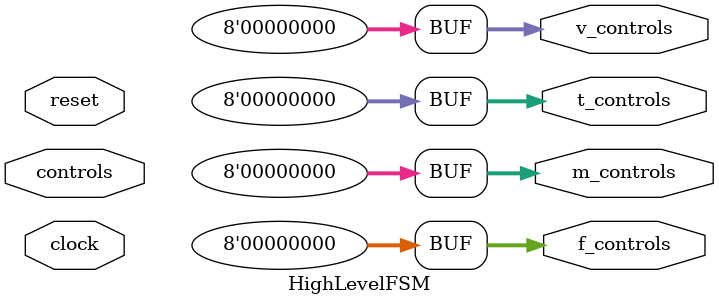
<source format=v>
`timescale 1ns / 1ps
module HighLevelFSM(
    input clock,
    input reset,
    input [14:0] controls,
    output reg [7:0] f_controls =0,
    output reg [7:0] t_controls =0,
    output reg [7:0] m_controls =0,
    output reg [7:0] v_controls =0
    );
	//TBD :P, based off state, change which control signals are affected by inputs

endmodule

</source>
